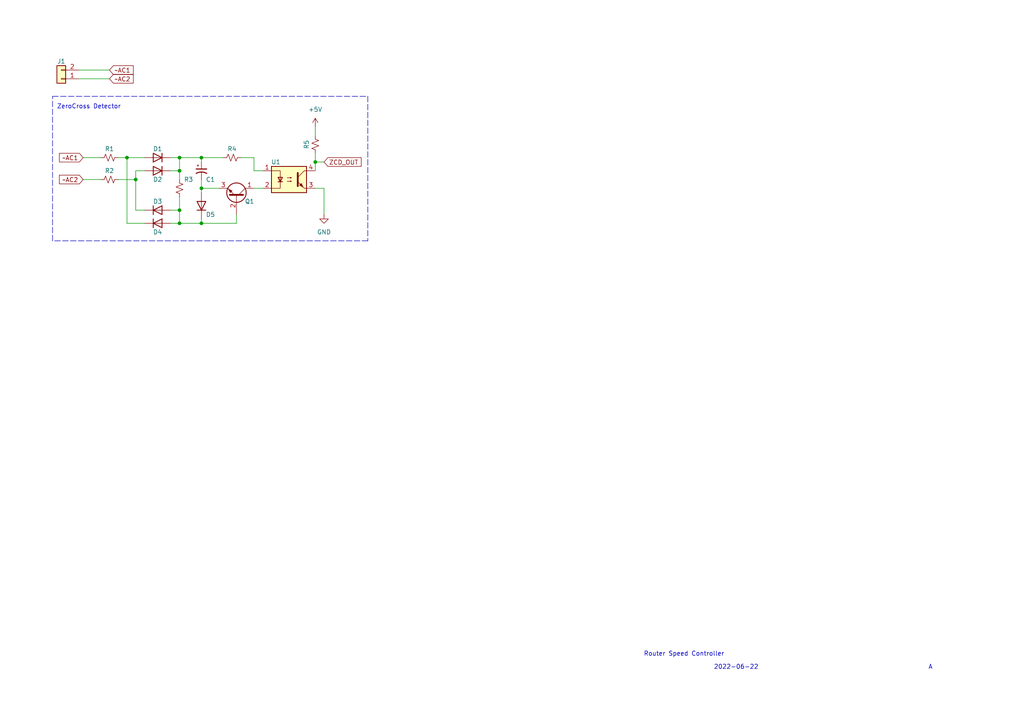
<source format=kicad_sch>
(kicad_sch (version 20211123) (generator eeschema)
  (paper "A4")
  (lib_symbols
    (symbol "Connector_Generic:Conn_01x02" (pin_names (offset 1.016) hide)
      (property "Reference" "J" (at 0 2.54 0))
      (property "Value" "Conn_01x02" (at 0 -5.08 0))
      (symbol "Conn_01x02_1_1"
        (rectangle (start -1.27 -2.413) (end 0 -2.667) (stroke (width 0.1524)))
        (rectangle (start -1.27 0.127) (end 0 -0.127) (stroke (width 0.1524)))
        (rectangle (start -1.27 1.27) (end 1.27 -3.81) (stroke (width 0.254)) (fill (type background)))
        (pin passive line (at -5.08 0 0) (length 3.81) (name "Pin_1") (number "1"))
        (pin passive line (at -5.08 -2.54 0) (length 3.81) (name "Pin_2") (number "2"))
      )
    )
    (symbol "Device:C_Polarized_Small_US" (pin_numbers hide) (pin_names (offset 0.254) hide)
      (property "Reference" "C" (at 0.254 1.778 0))
      (property "Value" "C_Polarized_Small_US" (at 0.254 -2.032 0))
      (symbol "C_Polarized_Small_US_0_1"
        (polyline (pts (xy -1.524 0.508) (xy 1.524 0.508)) (stroke (width 0.3048)))
        (polyline (pts (xy -1.27 1.524) (xy -0.762 1.524)))
        (polyline (pts (xy -1.016 1.27) (xy -1.016 1.778)))
        (arc (start 1.524 -0.762) (mid 0 -0.3734) (end -1.524 -0.762) (stroke (width 0.3048)))
      )
      (symbol "C_Polarized_Small_US_1_1"
        (pin passive line (at 0 2.54 270) (length 2.032) (name "~") (number "1"))
        (pin passive line (at 0 -2.54 90) (length 2.032) (name "~") (number "2"))
      )
    )
    (symbol "Device:R_Small_US" (pin_numbers hide) (pin_names (offset 0.254) hide)
      (property "Reference" "R" (at 0.762 0.508 0))
      (property "Value" "R_Small_US" (at 0.762 -1.016 0))
      (symbol "R_Small_US_1_1"
        (polyline (pts (xy 0 0) (xy 1.016 -0.381) (xy 0 -0.762) (xy -1.016 -1.143) (xy 0 -1.524)))
        (polyline (pts (xy 0 1.524) (xy 1.016 1.143) (xy 0 0.762) (xy -1.016 0.381) (xy 0 0)))
        (pin passive line (at 0 2.54 270) (length 1.016) (name "~") (number "1"))
        (pin passive line (at 0 -2.54 90) (length 1.016) (name "~") (number "2"))
      )
    )
    (symbol "Diode:1N4148" (pin_numbers hide) (pin_names (offset 1.016) hide)
      (property "Reference" "D" (at 0 2.54 0))
      (property "Value" "1N4148" (at 0 -2.54 0))
      (symbol "1N4148_0_1"
        (polyline (pts (xy -1.27 1.27) (xy -1.27 -1.27)) (stroke (width 0.254)))
        (polyline (pts (xy 1.27 0) (xy -1.27 0)))
        (polyline (pts (xy 1.27 1.27) (xy 1.27 -1.27) (xy -1.27 0) (xy 1.27 1.27)) (stroke (width 0.254)))
      )
      (symbol "1N4148_1_1"
        (pin passive line (at -3.81 0 0) (length 2.54) (name "K") (number "1"))
        (pin passive line (at 3.81 0 180) (length 2.54) (name "A") (number "2"))
      )
    )
    (symbol "Isolator:PC817" (pin_names (offset 1.016))
      (property "Reference" "U" (at -5.08 5.08 0))
      (property "Value" "PC817" (at 0 5.08 0))
      (symbol "PC817_0_1"
        (rectangle (start -5.08 3.81) (end 5.08 -3.81) (stroke (width 0.254)) (fill (type background)))
        (polyline (pts (xy -3.175 -0.635) (xy -1.905 -0.635)) (stroke (width 0.254)))
        (polyline (pts (xy 2.54 0.635) (xy 4.445 2.54)))
        (polyline (pts (xy 4.445 -2.54) (xy 2.54 -0.635)) (fill (type outline)))
        (polyline (pts (xy 4.445 -2.54) (xy 5.08 -2.54)))
        (polyline (pts (xy 4.445 2.54) (xy 5.08 2.54)))
        (polyline (pts (xy -5.08 2.54) (xy -2.54 2.54) (xy -2.54 -0.635)))
        (polyline (pts (xy -2.54 -0.635) (xy -2.54 -2.54) (xy -5.08 -2.54)))
        (polyline (pts (xy 2.54 1.905) (xy 2.54 -1.905) (xy 2.54 -1.905)) (stroke (width 0.508)))
        (polyline (pts (xy -2.54 -0.635) (xy -3.175 0.635) (xy -1.905 0.635) (xy -2.54 -0.635)) (stroke (width 0.254)))
        (polyline (pts (xy -0.508 -0.508) (xy 0.762 -0.508) (xy 0.381 -0.635) (xy 0.381 -0.381) (xy 0.762 -0.508)))
        (polyline (pts (xy -0.508 0.508) (xy 0.762 0.508) (xy 0.381 0.381) (xy 0.381 0.635) (xy 0.762 0.508)))
        (polyline (pts (xy 3.048 -1.651) (xy 3.556 -1.143) (xy 4.064 -2.159) (xy 3.048 -1.651) (xy 3.048 -1.651)) (fill (type outline)))
      )
      (symbol "PC817_1_1"
        (pin passive line (at -7.62 2.54 0) (length 2.54) (name "~") (number "1"))
        (pin passive line (at -7.62 -2.54 0) (length 2.54) (name "~") (number "2"))
        (pin passive line (at 7.62 -2.54 180) (length 2.54) (name "~") (number "3"))
        (pin passive line (at 7.62 2.54 180) (length 2.54) (name "~") (number "4"))
      )
    )
    (symbol "Transistor_BJT:BC547" (pin_names (offset 0) hide)
      (property "Reference" "Q" (at 5.08 1.905 0))
      (property "Value" "BC547" (at 5.08 0 0))
      (symbol "BC547_0_1"
        (polyline (pts (xy 0 0) (xy 0.635 0)))
        (polyline (pts (xy 0.635 0.635) (xy 2.54 2.54)))
        (polyline (pts (xy 0.635 -0.635) (xy 2.54 -2.54) (xy 2.54 -2.54)))
        (polyline (pts (xy 0.635 1.905) (xy 0.635 -1.905) (xy 0.635 -1.905)) (stroke (width 0.508)))
        (polyline (pts (xy 1.27 -1.778) (xy 1.778 -1.27) (xy 2.286 -2.286) (xy 1.27 -1.778) (xy 1.27 -1.778)) (fill (type outline)))
        (circle (center 1.27 0) (radius 2.8194) (stroke (width 0.254)))
      )
      (symbol "BC547_1_1"
        (pin passive line (at 2.54 5.08 270) (length 2.54) (name "C") (number "1"))
        (pin input line (at -5.08 0 0) (length 5.08) (name "B") (number "2"))
        (pin passive line (at 2.54 -5.08 90) (length 2.54) (name "E") (number "3"))
      )
    )
    (symbol "power:+5V" (power) (pin_names (offset 0))
      (property "Value" "+5V" (at 0 3.556 0))
      (symbol "+5V_0_1"
        (polyline (pts (xy -0.762 1.27) (xy 0 2.54)))
        (polyline (pts (xy 0 0) (xy 0 2.54)))
        (polyline (pts (xy 0 2.54) (xy 0.762 1.27)))
      )
      (symbol "+5V_1_1"
        (pin power_in line (at 0 0 90) (length 0) hide (name "+5V") (number "1"))
      )
    )
    (symbol "power:GND" (power) (pin_names (offset 0))
      (property "Value" "GND" (at 0 -3.81 0))
      (symbol "GND_0_1"
        (polyline (pts (xy 0 0) (xy 0 -1.27) (xy 1.27 -1.27) (xy 0 -2.54) (xy -1.27 -1.27) (xy 0 -1.27)))
      )
      (symbol "GND_1_1"
        (pin power_in line (at 0 0 270) (length 0) hide (name "GND") (number "1"))
      )
    )
  )
  (junction (at 52.07 45.72))
  (junction (at 39.37 52.07))
  (junction (at 58.42 64.77))
  (junction (at 58.42 54.61))
  (junction (at 58.42 45.72))
  (junction (at 36.83 45.72))
  (junction (at 91.44 46.99))
  (junction (at 52.07 49.53))
  (junction (at 52.07 64.77))
  (junction (at 52.07 60.96))
  (wire (pts (xy 91.44 44.45) (xy 91.44 46.99)))
  (wire (pts (xy 68.58 64.77) (xy 68.58 62.23)))
  (wire (pts (xy 34.29 52.07) (xy 39.37 52.07)))
  (wire (pts (xy 58.42 45.72) (xy 64.77 45.72)))
  (wire (pts (xy 58.42 45.72) (xy 58.42 46.99)))
  (wire (pts (xy 69.85 45.72) (xy 73.66 45.72)))
  (wire (pts (xy 49.53 49.53) (xy 52.07 49.53)))
  (wire (pts (xy 49.53 64.77) (xy 52.07 64.77)))
  (wire (pts (xy 41.91 60.96) (xy 39.37 60.96)))
  (wire (pts (xy 91.44 36.83) (xy 91.44 39.37)))
  (wire (pts (xy 39.37 60.96) (xy 39.37 52.07)))
  (polyline (pts (xy 106.68 27.94) (xy 106.68 69.85)))
  (wire (pts (xy 52.07 64.77) (xy 52.07 60.96)))
  (wire (pts (xy 91.44 46.99) (xy 91.44 49.53)))
  (wire (pts (xy 24.13 45.72) (xy 29.21 45.72)))
  (wire (pts (xy 73.66 45.72) (xy 73.66 49.53)))
  (wire (pts (xy 52.07 49.53) (xy 52.07 52.07)))
  (wire (pts (xy 22.86 22.86) (xy 31.75 22.86)))
  (polyline (pts (xy 15.24 27.94) (xy 106.68 27.94)))
  (wire (pts (xy 58.42 64.77) (xy 58.42 63.5)))
  (wire (pts (xy 41.91 64.77) (xy 36.83 64.77)))
  (wire (pts (xy 91.44 46.99) (xy 93.98 46.99)))
  (wire (pts (xy 36.83 45.72) (xy 41.91 45.72)))
  (wire (pts (xy 39.37 52.07) (xy 39.37 49.53)))
  (wire (pts (xy 49.53 60.96) (xy 52.07 60.96)))
  (wire (pts (xy 93.98 54.61) (xy 93.98 62.23)))
  (wire (pts (xy 91.44 54.61) (xy 93.98 54.61)))
  (polyline (pts (xy 15.24 69.85) (xy 15.24 27.94)))
  (wire (pts (xy 52.07 64.77) (xy 58.42 64.77)))
  (wire (pts (xy 24.13 52.07) (xy 29.21 52.07)))
  (wire (pts (xy 52.07 60.96) (xy 52.07 57.15)))
  (wire (pts (xy 58.42 54.61) (xy 63.5 54.61)))
  (wire (pts (xy 52.07 45.72) (xy 52.07 49.53)))
  (wire (pts (xy 34.29 45.72) (xy 36.83 45.72)))
  (wire (pts (xy 58.42 54.61) (xy 58.42 55.88)))
  (wire (pts (xy 52.07 45.72) (xy 58.42 45.72)))
  (wire (pts (xy 39.37 49.53) (xy 41.91 49.53)))
  (wire (pts (xy 49.53 45.72) (xy 52.07 45.72)))
  (wire (pts (xy 58.42 52.07) (xy 58.42 54.61)))
  (wire (pts (xy 36.83 64.77) (xy 36.83 45.72)))
  (polyline (pts (xy 106.68 69.85) (xy 15.24 69.85)))
  (wire (pts (xy 73.66 49.53) (xy 76.2 49.53)))
  (wire (pts (xy 58.42 64.77) (xy 68.58 64.77)))
  (wire (pts (xy 22.86 20.32) (xy 31.75 20.32)))
  (wire (pts (xy 73.66 54.61) (xy 76.2 54.61)))
  (text "A" (at 269.24 194.31 0) (effects (font (size 1.27 1.27)) (justify left bottom)))
  (text "2022-06-22" (at 207.01 194.31 0) (effects (font (size 1.27 1.27)) (justify left bottom)))
  (text "ZeroCross Detector" (at 16.51 31.75 0) (effects (font (size 1.27 1.27)) (justify left bottom)))
  (text "Router Speed Controller" (at 186.69 190.5 0) (effects (font (size 1.27 1.27)) (justify left bottom)))
  (global_label "~AC2" (shape input) (at 31.75 22.86 0) (property "Intersheet References" "${INTERSHEET_REFS}" (effects hide)))
  (global_label "ZCD_OUT" (shape input) (at 93.98 46.99 0) (property "Intersheet References" "${INTERSHEET_REFS}" (effects hide)))
  (global_label "~AC1" (shape input) (at 24.13 45.72 180) (property "Intersheet References" "${INTERSHEET_REFS}" (effects hide)))
  (global_label "~AC2" (shape input) (at 24.13 52.07 180) (property "Intersheet References" "${INTERSHEET_REFS}" (effects hide)))
  (global_label "~AC1" (shape input) (at 31.75 20.32 0) (property "Intersheet References" "${INTERSHEET_REFS}" (effects hide)))
  (symbol (lib_id "Device:C_Polarized_Small_US") (at 58.42 49.53 0) (unit 1)
    (property "Reference" "C1" (at 59.69 52.07 0) (effects (justify left)))
    (property "Value" "10uF" (effects hide))
    (property "Footprint" "Capacitor_SMD:CP_Elec_4x3" (effects hide))
  )
  (symbol (lib_id "Device:R_Small_US") (at 31.75 45.72 90) (unit 1)
    (property "Reference" "R1" (at 31.75 43.18 90))
    (property "Value" "100k" (effects hide))
    (property "Footprint" "Resistor_SMD:R_0805_2012Metric_Pad1.20x1.40mm_HandSolder" (effects hide))
  )
  (symbol (lib_id "Diode:1N4148") (at 58.42 59.69 90) (unit 1)
    (property "Reference" "D5" (at 59.69 62.23 90) (effects (justify right)))
    (property "Value" "1N4148" (effects hide))
    (property "Footprint" "Diode_SMD:D_MELF_Handsoldering" (effects hide))
    (property "Datasheet" "https://assets.nexperia.com/documents/data-sheet/1N4148_1N4448.pdf" (effects hide))
  )
  (symbol (lib_id "Diode:1N4148") (at 45.72 64.77 0) (unit 1)
    (property "Reference" "D4" (at 45.72 67.31 0))
    (property "Value" "1N4148" (effects hide))
    (property "Footprint" "Diode_SMD:D_MELF_Handsoldering" (effects hide))
    (property "Datasheet" "https://assets.nexperia.com/documents/data-sheet/1N4148_1N4448.pdf" (effects hide))
  )
  (symbol (lib_id "Device:R_Small_US") (at 67.31 45.72 270) (unit 1)
    (property "Reference" "R4" (at 67.31 43.18 90))
    (property "Value" "1k" (effects hide))
    (property "Footprint" "Resistor_SMD:R_0805_2012Metric_Pad1.20x1.40mm_HandSolder" (effects hide))
  )
  (symbol (lib_id "power:GND") (at 93.98 62.23 0) (unit 1)
    (property "Reference" "#PWR02" (effects hide))
    (property "Value" "GND" (at 93.98 67.31 0))
  )
  (symbol (lib_id "power:+5V") (at 91.44 36.83 0) (unit 1)
    (property "Reference" "#PWR01" (effects hide))
    (property "Value" "+5V" (at 91.44 31.75 0))
  )
  (symbol (lib_id "Device:R_Small_US") (at 91.44 41.91 0) (unit 1)
    (property "Reference" "R5" (at 88.9 41.91 90))
    (property "Value" "10k" (effects hide))
    (property "Footprint" "Resistor_SMD:R_0805_2012Metric_Pad1.20x1.40mm_HandSolder" (effects hide))
  )
  (symbol (lib_id "Device:R_Small_US") (at 31.75 52.07 90) (unit 1)
    (property "Reference" "R2" (at 31.75 49.53 90))
    (property "Value" "100k" (effects hide))
    (property "Footprint" "Resistor_SMD:R_0805_2012Metric_Pad1.20x1.40mm_HandSolder" (effects hide))
  )
  (symbol (lib_id "Diode:1N4148") (at 45.72 60.96 0) (unit 1)
    (property "Reference" "D3" (at 45.72 58.42 0))
    (property "Value" "1N4148" (effects hide))
    (property "Footprint" "Diode_SMD:D_MELF_Handsoldering" (effects hide))
    (property "Datasheet" "https://assets.nexperia.com/documents/data-sheet/1N4148_1N4448.pdf" (effects hide))
  )
  (symbol (lib_id "Diode:1N4148") (at 45.72 45.72 180) (unit 1)
    (property "Reference" "D1" (at 45.72 43.18 0))
    (property "Value" "1N4148" (effects hide))
    (property "Footprint" "Diode_SMD:D_MELF_Handsoldering" (effects hide))
    (property "Datasheet" "https://assets.nexperia.com/documents/data-sheet/1N4148_1N4448.pdf" (effects hide))
  )
  (symbol (lib_id "Connector_Generic:Conn_01x02") (at 17.78 22.86 180) (unit 1)
    (property "Reference" "J1" (at 17.78 17.78 0))
    (property "Value" "Conn_01x02" (effects hide))
  )
  (symbol (lib_id "Diode:1N4148") (at 45.72 49.53 180) (unit 1)
    (property "Reference" "D2" (at 45.72 52.07 0))
    (property "Value" "1N4148" (effects hide))
    (property "Footprint" "Diode_SMD:D_MELF_Handsoldering" (effects hide))
    (property "Datasheet" "https://assets.nexperia.com/documents/data-sheet/1N4148_1N4448.pdf" (effects hide))
  )
  (symbol (lib_id "Transistor_BJT:BC547") (at 68.58 57.15 270) (mirror x) (unit 1)
    (property "Reference" "Q1" (at 72.39 58.42 90))
    (property "Value" "BC547" (effects hide))
    (property "Footprint" "Package_TO_SOT_SMD:SOT-23" (effects hide))
    (property "Datasheet" "https://www.onsemi.com/pub/Collateral/BC550-D.pdf" (effects hide))
  )
  (symbol (lib_id "Device:R_Small_US") (at 52.07 54.61 180) (unit 1)
    (property "Reference" "R3" (at 53.34 52.07 0) (effects (justify right)))
    (property "Value" "47k" (effects hide))
    (property "Footprint" "Resistor_SMD:R_0805_2012Metric_Pad1.20x1.40mm_HandSolder" (effects hide))
  )
  (symbol (lib_id "Isolator:PC817") (at 83.82 52.07 0) (unit 1)
    (property "Reference" "U1" (at 80.01 46.99 0))
    (property "Value" "PC817" (effects hide))
    (property "Footprint" "Package_DIP:DIP-4_W7.62mm" (effects hide))
    (property "Datasheet" "http://www.soselectronic.cz/a_info/resource/d/pc817.pdf" (effects hide))
  )
)
</source>
